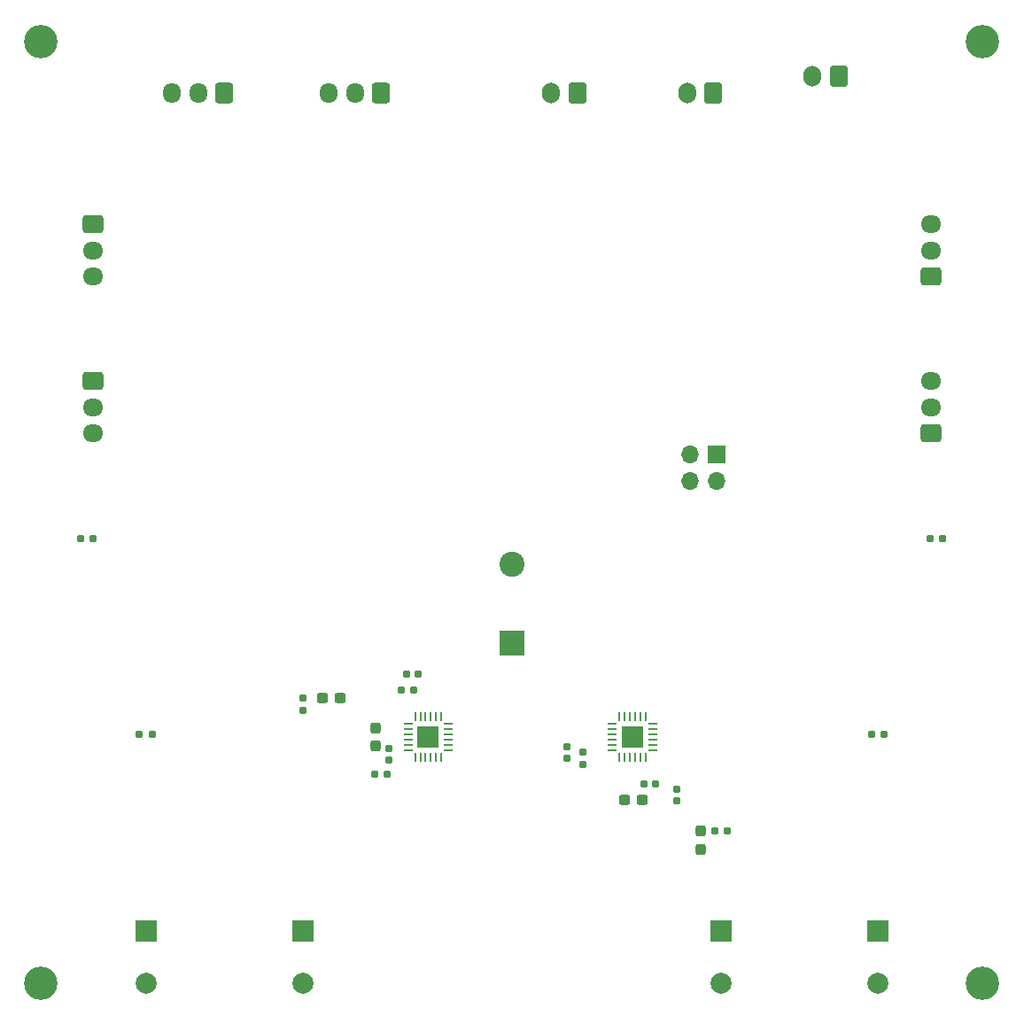
<source format=gbr>
%TF.GenerationSoftware,KiCad,Pcbnew,8.0.3*%
%TF.CreationDate,2024-07-05T23:28:03-07:00*%
%TF.ProjectId,go-kart-esc,676f2d6b-6172-4742-9d65-73632e6b6963,rev?*%
%TF.SameCoordinates,Original*%
%TF.FileFunction,Soldermask,Bot*%
%TF.FilePolarity,Negative*%
%FSLAX46Y46*%
G04 Gerber Fmt 4.6, Leading zero omitted, Abs format (unit mm)*
G04 Created by KiCad (PCBNEW 8.0.3) date 2024-07-05 23:28:03*
%MOMM*%
%LPD*%
G01*
G04 APERTURE LIST*
G04 Aperture macros list*
%AMRoundRect*
0 Rectangle with rounded corners*
0 $1 Rounding radius*
0 $2 $3 $4 $5 $6 $7 $8 $9 X,Y pos of 4 corners*
0 Add a 4 corners polygon primitive as box body*
4,1,4,$2,$3,$4,$5,$6,$7,$8,$9,$2,$3,0*
0 Add four circle primitives for the rounded corners*
1,1,$1+$1,$2,$3*
1,1,$1+$1,$4,$5*
1,1,$1+$1,$6,$7*
1,1,$1+$1,$8,$9*
0 Add four rect primitives between the rounded corners*
20,1,$1+$1,$2,$3,$4,$5,0*
20,1,$1+$1,$4,$5,$6,$7,0*
20,1,$1+$1,$6,$7,$8,$9,0*
20,1,$1+$1,$8,$9,$2,$3,0*%
G04 Aperture macros list end*
%ADD10R,2.000000X2.000000*%
%ADD11C,2.000000*%
%ADD12RoundRect,0.250000X0.725000X-0.600000X0.725000X0.600000X-0.725000X0.600000X-0.725000X-0.600000X0*%
%ADD13O,1.950000X1.700000*%
%ADD14R,2.400000X2.400000*%
%ADD15C,2.400000*%
%ADD16C,3.200000*%
%ADD17RoundRect,0.250000X0.600000X0.750000X-0.600000X0.750000X-0.600000X-0.750000X0.600000X-0.750000X0*%
%ADD18O,1.700000X2.000000*%
%ADD19RoundRect,0.250000X0.600000X0.725000X-0.600000X0.725000X-0.600000X-0.725000X0.600000X-0.725000X0*%
%ADD20O,1.700000X1.950000*%
%ADD21R,1.700000X1.700000*%
%ADD22O,1.700000X1.700000*%
%ADD23RoundRect,0.250000X-0.725000X0.600000X-0.725000X-0.600000X0.725000X-0.600000X0.725000X0.600000X0*%
%ADD24RoundRect,0.155000X0.212500X0.155000X-0.212500X0.155000X-0.212500X-0.155000X0.212500X-0.155000X0*%
%ADD25RoundRect,0.160000X0.197500X0.160000X-0.197500X0.160000X-0.197500X-0.160000X0.197500X-0.160000X0*%
%ADD26RoundRect,0.160000X0.160000X-0.197500X0.160000X0.197500X-0.160000X0.197500X-0.160000X-0.197500X0*%
%ADD27RoundRect,0.237500X0.300000X0.237500X-0.300000X0.237500X-0.300000X-0.237500X0.300000X-0.237500X0*%
%ADD28RoundRect,0.062500X0.062500X-0.375000X0.062500X0.375000X-0.062500X0.375000X-0.062500X-0.375000X0*%
%ADD29RoundRect,0.062500X0.375000X-0.062500X0.375000X0.062500X-0.375000X0.062500X-0.375000X-0.062500X0*%
%ADD30R,2.100000X2.100000*%
%ADD31RoundRect,0.160000X-0.197500X-0.160000X0.197500X-0.160000X0.197500X0.160000X-0.197500X0.160000X0*%
%ADD32RoundRect,0.062500X-0.375000X-0.062500X0.375000X-0.062500X0.375000X0.062500X-0.375000X0.062500X0*%
%ADD33RoundRect,0.062500X-0.062500X-0.375000X0.062500X-0.375000X0.062500X0.375000X-0.062500X0.375000X0*%
%ADD34RoundRect,0.155000X-0.155000X0.212500X-0.155000X-0.212500X0.155000X-0.212500X0.155000X0.212500X0*%
%ADD35RoundRect,0.155000X0.155000X-0.212500X0.155000X0.212500X-0.155000X0.212500X-0.155000X-0.212500X0*%
%ADD36RoundRect,0.237500X0.237500X-0.300000X0.237500X0.300000X-0.237500X0.300000X-0.237500X-0.300000X0*%
%ADD37RoundRect,0.237500X-0.300000X-0.237500X0.300000X-0.237500X0.300000X0.237500X-0.300000X0.237500X0*%
%ADD38RoundRect,0.237500X-0.237500X0.300000X-0.237500X-0.300000X0.237500X-0.300000X0.237500X0.300000X0*%
G04 APERTURE END LIST*
D10*
%TO.C,C602*%
X85000000Y-105000000D03*
D11*
X85000000Y-110000000D03*
%TD*%
D12*
%TO.C,J109*%
X105050000Y-57500000D03*
D13*
X105050000Y-55000000D03*
X105050000Y-52500000D03*
%TD*%
D10*
%TO.C,C302*%
X45000000Y-105000000D03*
D11*
X45000000Y-110000000D03*
%TD*%
D14*
%TO.C,C101*%
X65000000Y-77500000D03*
D15*
X65000000Y-70000000D03*
%TD*%
D16*
%TO.C,H401*%
X20000000Y-20000000D03*
%TD*%
%TO.C,H403*%
X110000000Y-110000000D03*
%TD*%
D17*
%TO.C,J103*%
X96250000Y-23350000D03*
D18*
X93750000Y-23350000D03*
%TD*%
D17*
%TO.C,J104*%
X71250000Y-24950000D03*
D18*
X68750000Y-24950000D03*
%TD*%
D16*
%TO.C,H402*%
X110000000Y-20000000D03*
%TD*%
D19*
%TO.C,J111*%
X52500000Y-24950000D03*
D20*
X50000000Y-24950000D03*
X47500000Y-24950000D03*
%TD*%
D21*
%TO.C,J105*%
X84540000Y-59460000D03*
D22*
X84540000Y-62000000D03*
X82000000Y-59460000D03*
X82000000Y-62000000D03*
%TD*%
D12*
%TO.C,J108*%
X105050000Y-42500000D03*
D13*
X105050000Y-40000000D03*
X105050000Y-37500000D03*
%TD*%
D17*
%TO.C,J401*%
X84250000Y-24950000D03*
D18*
X81750000Y-24950000D03*
%TD*%
D10*
%TO.C,C604*%
X30000000Y-105000000D03*
D11*
X30000000Y-110000000D03*
%TD*%
D16*
%TO.C,H404*%
X20000000Y-110000000D03*
%TD*%
D10*
%TO.C,C304*%
X100000000Y-105000000D03*
D11*
X100000000Y-110000000D03*
%TD*%
D23*
%TO.C,J106*%
X24950000Y-52500000D03*
D13*
X24950000Y-55000000D03*
X24950000Y-57500000D03*
%TD*%
D19*
%TO.C,J112*%
X37500000Y-24950000D03*
D20*
X35000000Y-24950000D03*
X32500000Y-24950000D03*
%TD*%
D23*
%TO.C,J107*%
X24950000Y-37500000D03*
D13*
X24950000Y-40000000D03*
X24950000Y-42500000D03*
%TD*%
D24*
%TO.C,C203*%
X56067500Y-80500000D03*
X54932500Y-80500000D03*
%TD*%
D25*
%TO.C,R305*%
X25000000Y-67500000D03*
X23805000Y-67500000D03*
%TD*%
D26*
%TO.C,R302*%
X45000000Y-84000000D03*
X45000000Y-82805000D03*
%TD*%
D27*
%TO.C,C502*%
X77475000Y-92475000D03*
X75750000Y-92475000D03*
%TD*%
D28*
%TO.C,U501*%
X77750000Y-88437500D03*
X77250000Y-88437500D03*
X76750000Y-88437500D03*
X76250000Y-88437500D03*
X75750000Y-88437500D03*
X75250000Y-88437500D03*
D29*
X74562500Y-87750000D03*
X74562500Y-87250000D03*
X74562500Y-86750000D03*
X74562500Y-86250000D03*
X74562500Y-85750000D03*
X74562500Y-85250000D03*
D28*
X75250000Y-84562500D03*
X75750000Y-84562500D03*
X76250000Y-84562500D03*
X76750000Y-84562500D03*
X77250000Y-84562500D03*
X77750000Y-84562500D03*
D29*
X78437500Y-85250000D03*
X78437500Y-85750000D03*
X78437500Y-86250000D03*
X78437500Y-86750000D03*
X78437500Y-87250000D03*
X78437500Y-87750000D03*
D30*
X76500000Y-86500000D03*
%TD*%
D31*
%TO.C,TH601*%
X99402500Y-86250000D03*
X100597500Y-86250000D03*
%TD*%
D24*
%TO.C,C501*%
X78750000Y-90975000D03*
X77615000Y-90975000D03*
%TD*%
%TO.C,C205*%
X53045000Y-90062500D03*
X51910000Y-90062500D03*
%TD*%
D32*
%TO.C,U201*%
X55062500Y-87750000D03*
X55062500Y-87250000D03*
X55062500Y-86750000D03*
X55062500Y-86250000D03*
X55062500Y-85750000D03*
X55062500Y-85250000D03*
D33*
X55750000Y-84562500D03*
X56250000Y-84562500D03*
X56750000Y-84562500D03*
X57250000Y-84562500D03*
X57750000Y-84562500D03*
X58250000Y-84562500D03*
D32*
X58937500Y-85250000D03*
X58937500Y-85750000D03*
X58937500Y-86250000D03*
X58937500Y-86750000D03*
X58937500Y-87250000D03*
X58937500Y-87750000D03*
D33*
X58250000Y-88437500D03*
X57750000Y-88437500D03*
X57250000Y-88437500D03*
X56750000Y-88437500D03*
X56250000Y-88437500D03*
X55750000Y-88437500D03*
D30*
X57000000Y-86500000D03*
%TD*%
D31*
%TO.C,R605*%
X105000000Y-67500000D03*
X106195000Y-67500000D03*
%TD*%
D34*
%TO.C,C503*%
X70250000Y-87407500D03*
X70250000Y-88542500D03*
%TD*%
D35*
%TO.C,C201*%
X53250000Y-88697500D03*
X53250000Y-87562500D03*
%TD*%
D36*
%TO.C,C202*%
X52000000Y-87362500D03*
X52000000Y-85637500D03*
%TD*%
D37*
%TO.C,C303*%
X46875000Y-82805000D03*
X48600000Y-82805000D03*
%TD*%
D34*
%TO.C,C505*%
X80750000Y-91475000D03*
X80750000Y-92610000D03*
%TD*%
%TO.C,C504*%
X71750000Y-87975000D03*
X71750000Y-89110000D03*
%TD*%
D38*
%TO.C,C603*%
X83000000Y-95500000D03*
X83000000Y-97225000D03*
%TD*%
D25*
%TO.C,R602*%
X85597500Y-95500000D03*
X84402500Y-95500000D03*
%TD*%
D24*
%TO.C,C204*%
X55567500Y-82000000D03*
X54432500Y-82000000D03*
%TD*%
D25*
%TO.C,TH301*%
X30597500Y-86250000D03*
X29402500Y-86250000D03*
%TD*%
M02*

</source>
